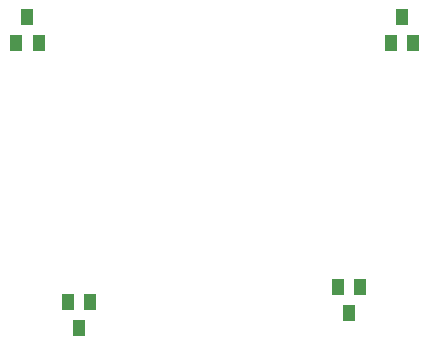
<source format=gbr>
G04 EAGLE Gerber RS-274X export*
G75*
%MOMM*%
%FSLAX34Y34*%
%LPD*%
%INSolderpaste Top*%
%IPPOS*%
%AMOC8*
5,1,8,0,0,1.08239X$1,22.5*%
G01*
%ADD10R,1.000000X1.400000*%


D10*
X127000Y-133428D03*
X117500Y-111428D03*
X136500Y-111428D03*
X-145288Y117172D03*
X-135788Y95172D03*
X-154788Y95172D03*
X-101600Y-146128D03*
X-111100Y-124128D03*
X-92100Y-124128D03*
X171704Y117172D03*
X181204Y95172D03*
X162204Y95172D03*
M02*

</source>
